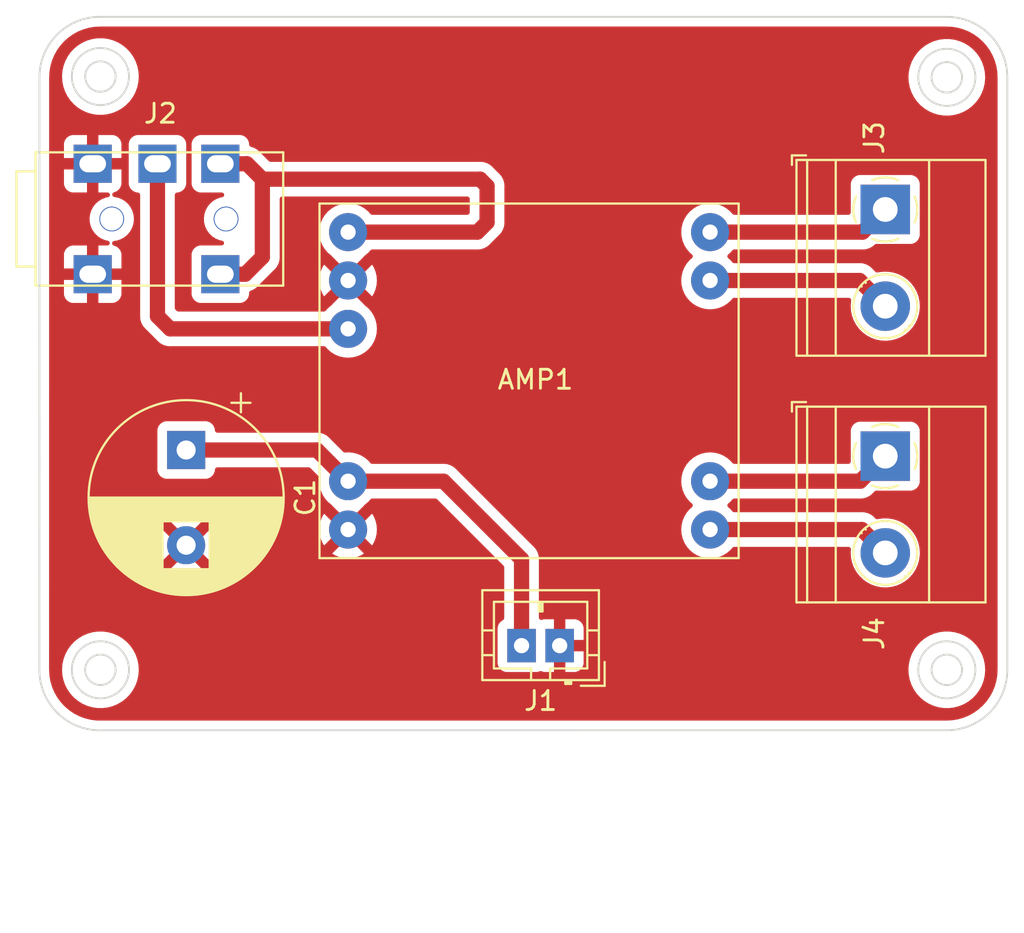
<source format=kicad_pcb>
(kicad_pcb (version 20211014) (generator pcbnew)
  (layers (0 "F.Cu" signal) (31 "B.Cu" signal) (34 "B.Paste" user) (35 "F.Paste" user) (36 "B.SilkS" user "B.Silkscreen") (37 "F.SilkS" user "F.Silkscreen") (38 "B.Mask" user) (39 "F.Mask" user) (44 "Edge.Cuts" user))
  (net 0 "")
  (net 1 "Net-(AMP1-Pad1)")
  (net 2 "Net-(AMP1-Pad3)")
  (net 3 "Net-(AMP1-Pad4)")
  (net 4 "Net-(AMP1-Pad6)")
  (net 5 "Net-(AMP1-Pad7)")
  (net 6 "Net-(AMP1-Pad8)")
  (net 7 "Net-(AMP1-Pad9)")
  (net 8 "GND")
  (footprint "Connector_JST:JST_PH_B2B-PH-K_1x02_P2.00mm_Vertical" (layer "F.Cu") (at 78.105 65.405 180)
    (fp_text reference "J1" (at 1 -2.9) (layer "F.SilkS"))
    (fp_text value "Conn_01x02")
    (fp_line (start 1.1 1.8) (end 1.1 2.3) (layer "F.SilkS") (width 0.12))
    (fp_line (start 4.06 -1.81) (end -2.06 -1.81) (layer "F.SilkS") (width 0.12))
    (fp_line (start -2.06 -0.5) (end -1.45 -0.5) (layer "F.SilkS") (width 0.12))
    (fp_line (start -0.3 -1.81) (end -0.3 -2.01) (layer "F.SilkS") (width 0.12))
    (fp_line (start -1.45 2.3) (end 3.45 2.3) (layer "F.SilkS") (width 0.12))
    (fp_line (start -0.3 -1.91) (end -0.6 -1.91) (layer "F.SilkS") (width 0.12))
    (fp_line (start 0.5 -1.2) (end -1.45 -1.2) (layer "F.SilkS") (width 0.12))
    (fp_line (start -0.6 -2.01) (end -0.6 -1.81) (layer "F.SilkS") (width 0.12))
    (fp_line (start 0.9 1.8) (end 1.1 1.8) (layer "F.SilkS") (width 0.12))
    (fp_line (start -1.11 -2.11) (end -2.36 -2.11) (layer "F.SilkS") (width 0.12))
    (fp_line (start -0.3 -2.01) (end -0.6 -2.01) (layer "F.SilkS") (width 0.12))
    (fp_line (start -2.06 -1.81) (end -2.06 2.91) (layer "F.SilkS") (width 0.12))
    (fp_line (start 3.45 2.3) (end 3.45 -1.2) (layer "F.SilkS") (width 0.12))
    (fp_line (start 0.9 2.3) (end 0.9 1.8) (layer "F.SilkS") (width 0.12))
    (fp_line (start -2.06 0.8) (end -1.45 0.8) (layer "F.SilkS") (width 0.12))
    (fp_line (start 4.06 2.91) (end 4.06 -1.81) (layer "F.SilkS") (width 0.12))
    (fp_line (start -2.06 2.91) (end 4.06 2.91) (layer "F.SilkS") (width 0.12))
    (fp_line (start 0.5 -1.81) (end 0.5 -1.2) (layer "F.SilkS") (width 0.12))
    (fp_line (start 4.06 0.8) (end 3.45 0.8) (layer "F.SilkS") (width 0.12))
    (fp_line (start -2.36 -2.11) (end -2.36 -0.86) (layer "F.SilkS") (width 0.12))
    (fp_line (start 3.45 -1.2) (end 1.5 -1.2) (layer "F.SilkS") (width 0.12))
    (fp_line (start -1.45 -1.2) (end -1.45 2.3) (layer "F.SilkS") (width 0.12))
    (fp_line (start 1 2.3) (end 1 1.8) (layer "F.SilkS") (width 0.12))
    (fp_line (start 4.06 -0.5) (end 3.45 -0.5) (layer "F.SilkS") (width 0.12))
    (fp_line (start 1.5 -1.2) (end 1.5 -1.81) (layer "F.SilkS") (width 0.12))
    (pad "1" thru_hole rect (at 0 0 180) (size 1.5 1.75) (drill 0.8) (layers *.Cu *.Mask) (net 8 "GND"))
    (pad "2" thru_hole rect (at 2 0 180) (size 1.5 1.75) (drill 0.8) (layers *.Cu *.Mask) (net 3 "Net-(AMP1-Pad4)"))
  )
  (footprint "TerminalBlock_Phoenix:TerminalBlock_Phoenix_MKDS-1,5-2-5.08_1x02_P5.08mm_Horizontal" (layer "F.Cu") (at 95.195 42.5 -90)
    (fp_text reference "J3" (at -3.765 0.58 90) (layer "F.SilkS"))
    (fp_text value "Screw_Terminal_01x02")
    (fp_line (start -2.84 4.9) (end -2.34 4.9) (layer "F.SilkS") (width 0.12))
    (fp_line (start -2.6 -2.301) (end 7.68 -2.301) (layer "F.SilkS") (width 0.12))
    (fp_line (start -2.6 4.66) (end 7.68 4.66) (layer "F.SilkS") (width 0.12))
    (fp_line (start 6.355 -1.069) (end 6.308 -1.023) (layer "F.SilkS") (width 0.12))
    (fp_line (start -2.6 2.6) (end 7.68 2.6) (layer "F.SilkS") (width 0.12))
    (fp_line (start -2.6 -5.261) (end -2.6 4.66) (layer "F.SilkS") (width 0.12))
    (fp_line (start 4.046 1.239) (end 4.011 1.274) (layer "F.SilkS") (width 0.12))
    (fp_line (start -2.6 -5.261) (end 7.68 -5.261) (layer "F.SilkS") (width 0.12))
    (fp_line (start 3.853 1.023) (end 3.806 1.069) (layer "F.SilkS") (width 0.12))
    (fp_line (start 7.68 -5.261) (end 7.68 4.66) (layer "F.SilkS") (width 0.12))
    (fp_line (start 6.15 -1.275) (end 6.115 -1.239) (layer "F.SilkS") (width 0.12))
    (fp_line (start -2.84 4.16) (end -2.84 4.9) (layer "F.SilkS") (width 0.12))
    (fp_line (start -2.6 4.1) (end 7.68 4.1) (layer "F.SilkS") (width 0.12))
    (fp_arc (start -0.683042 -1.535427) (mid 0.000524 -1.680501) (end 0.684 -1.535) (layer "F.SilkS") (width 0.12))
    (fp_arc (start 1.535427 -0.683042) (mid 1.680501 0.000524) (end 1.535 0.684) (layer "F.SilkS") (width 0.12))
    (fp_arc (start -1.535427 0.683042) (mid -1.680501 -0.000524) (end -1.535 -0.684) (layer "F.SilkS") (width 0.12))
    (fp_arc (start 0.683318 1.534756) (mid 0.349292 1.643288) (end 0 1.68) (layer "F.SilkS") (width 0.12))
    (fp_arc (start 0.028805 1.680253) (mid -0.335551 1.646659) (end -0.684 1.535) (layer "F.SilkS") (width 0.12))
    (fp_circle (center 5.08 0) (end 6.76 0) (layer "F.SilkS") (width 0.12) (fill none))
    (pad "1" thru_hole rect (at 0 0 270) (size 2.6 2.6) (drill 1.3) (layers *.Cu *.Mask) (net 4 "Net-(AMP1-Pad6)"))
    (pad "2" thru_hole circle (at 5.08 0 270) (size 2.6 2.6) (drill 1.3) (layers *.Cu *.Mask) (net 5 "Net-(AMP1-Pad7)"))
  )
  (footprint "_amp:PAM8403" (layer "F.Cu") (at 67 43.69)
    (fp_text reference "AMP1" (at 9.835 7.745 unlocked) (layer "F.SilkS"))
    (fp_text value "PAM8403")
    (fp_rect (start 20.5 -1.5) (end 20.5 17.12) (layer "F.SilkS") (width 0.12) (fill none))
    (fp_rect (start -1.5 -1.5) (end 20.5 -1.5) (layer "F.SilkS") (width 0.12) (fill none))
    (fp_rect (start -1.5 17.12) (end 20.5 17.12) (layer "F.SilkS") (width 0.12) (fill none))
    (fp_rect (start -1.5 17.12) (end -1.5 -1.5) (layer "F.SilkS") (width 0.12) (fill none))
    (pad "1" thru_hole circle (at 0 0) (size 2 2) (drill 0.8) (layers *.Cu *.Mask) (net 1 "Net-(AMP1-Pad1)"))
    (pad "2" thru_hole circle (at 0 2.54) (size 2 2) (drill 0.8) (layers *.Cu *.Mask) (net 8 "GND"))
    (pad "3" thru_hole circle (at 0 5.08) (size 2 2) (drill 0.8) (layers *.Cu *.Mask) (net 2 "Net-(AMP1-Pad3)"))
    (pad "4" thru_hole circle (at 0 13.08) (size 2 2) (drill 0.8) (layers *.Cu *.Mask) (net 3 "Net-(AMP1-Pad4)"))
    (pad "5" thru_hole circle (at 0 15.62) (size 2 2) (drill 0.8) (layers *.Cu *.Mask) (net 8 "GND"))
    (pad "6" thru_hole circle (at 19 0) (size 2 2) (drill 0.8) (layers *.Cu *.Mask) (net 4 "Net-(AMP1-Pad6)"))
    (pad "7" thru_hole circle (at 19 2.54) (size 2 2) (drill 0.8) (layers *.Cu *.Mask) (net 5 "Net-(AMP1-Pad7)"))
    (pad "8" thru_hole circle (at 19 13.08) (size 2 2) (drill 0.8) (layers *.Cu *.Mask) (net 6 "Net-(AMP1-Pad8)"))
    (pad "9" thru_hole circle (at 19 15.62) (size 2 2) (drill 0.8) (layers *.Cu *.Mask) (net 7 "Net-(AMP1-Pad9)"))
  )
  (footprint "Capacitor_THT:CP_Radial_D10.0mm_P5.00mm" (layer "F.Cu") (at 58.5 55.132323 -90)
    (fp_text reference "C1" (at 2.5 -6.25 90) (layer "F.SilkS"))
    (fp_text value "C_Polarized")
    (fp_line (start 6.101 1.241) (end 6.101 3.601) (layer "F.SilkS") (width 0.12))
    (fp_line (start 5.221 -4.298) (end 5.221 -1.241) (layer "F.SilkS") (width 0.12))
    (fp_line (start 5.541 1.241) (end 5.541 4.08) (layer "F.SilkS") (width 0.12))
    (fp_line (start 4.021 1.241) (end 4.021 4.85) (layer "F.SilkS") (width 0.12))
    (fp_line (start 3.861 -4.897) (end 3.861 -1.241) (layer "F.SilkS") (width 0.12))
    (fp_line (start 4.701 -4.584) (end 4.701 -1.241) (layer "F.SilkS") (width 0.12))
    (fp_line (start 4.861 1.241) (end 4.861 4.504) (layer "F.SilkS") (width 0.12))
    (fp_line (start 5.181 -4.323) (end 5.181 -1.241) (layer "F.SilkS") (width 0.12))
    (fp_line (start 4.981 1.241) (end 4.981 4.44) (layer "F.SilkS") (width 0.12))
    (fp_line (start 5.821 -3.858) (end 5.821 -1.241) (layer "F.SilkS") (width 0.12))
    (fp_line (start 3.381 -5.004) (end 3.381 5.004) (layer "F.SilkS") (width 0.12))
    (fp_line (start 3.741 -4.928) (end 3.741 4.928) (layer "F.SilkS") (width 0.12))
    (fp_line (start 5.781 -3.892) (end 5.781 -1.241) (layer "F.SilkS") (width 0.12))
    (fp_line (start 6.741 -2.83) (end 6.741 2.83) (layer "F.SilkS") (width 0.12))
    (fp_line (start 3.18 -5.035) (end 3.18 5.035) (layer "F.SilkS") (width 0.12))
    (fp_line (start 4.141 -4.811) (end 4.141 -1.241) (layer "F.SilkS") (width 0.12))
    (fp_line (start 7.061 -2.289) (end 7.061 2.289) (layer "F.SilkS") (width 0.12))
    (fp_line (start 4.301 1.241) (end 4.301 4.754) (layer "F.SilkS") (width 0.12))
    (fp_line (start 3.661 -4.947) (end 3.661 4.947) (layer "F.SilkS") (width 0.12))
    (fp_line (start 6.181 -3.52) (end 6.181 -1.241) (layer "F.SilkS") (width 0.12))
    (fp_line (start 5.141 -4.347) (end 5.141 -1.241) (layer "F.SilkS") (width 0.12))
    (fp_line (start 7.381 -1.51) (end 7.381 1.51) (layer "F.SilkS") (width 0.12))
    (fp_line (start 4.341 1.241) (end 4.341 4.738) (layer "F.SilkS") (width 0.12))
    (fp_line (start 2.54 -5.08) (end 2.54 5.08) (layer "F.SilkS") (width 0.12))
    (fp_line (start 5.701 1.241) (end 5.701 3.957) (layer "F.SilkS") (width 0.12))
    (fp_line (start 5.821 1.241) (end 5.821 3.858) (layer "F.SilkS") (width 0.12))
    (fp_line (start 5.021 1.241) (end 5.021 4.417) (layer "F.SilkS") (width 0.12))
    (fp_line (start 5.541 -4.08) (end 5.541 -1.241) (layer "F.SilkS") (width 0.12))
    (fp_line (start 5.901 -3.789) (end 5.901 -1.241) (layer "F.SilkS") (width 0.12))
    (fp_line (start 4.901 1.241) (end 4.901 4.483) (layer "F.SilkS") (width 0.12))
    (fp_line (start 4.621 -4.621) (end 4.621 -1.241) (layer "F.SilkS") (width 0.12))
    (fp_line (start 5.061 -4.395) (end 5.061 -1.241) (layer "F.SilkS") (width 0.12))
    (fp_line (start 3.261 -5.024) (end 3.261 5.024) (layer "F.SilkS") (width 0.12))
    (fp_line (start 4.701 1.241) (end 4.701 4.584) (layer "F.SilkS") (width 0.12))
    (fp_line (start 6.501 -3.156) (end 6.501 3.156) (layer "F.SilkS") (width 0.12))
    (fp_line (start 6.861 -2.645) (end 6.861 2.645) (layer "F.SilkS") (width 0.12))
    (fp_line (start 5.501 1.241) (end 5.501 4.11) (layer "F.SilkS") (width 0.12))
    (fp_line (start 3.221 -5.03) (end 3.221 5.03) (layer "F.SilkS") (width 0.12))
    (fp_line (start 5.741 1.241) (end 5.741 3.925) (layer "F.SilkS") (width 0.12))
    (fp_line (start 5.381 -4.194) (end 5.381 -1.241) (layer "F.SilkS") (width 0.12))
    (fp_line (start 5.341 1.241) (end 5.341 4.221) (layer "F.SilkS") (width 0.12))
    (fp_line (start 3.981 -4.862) (end 3.981 -1.241) (layer "F.SilkS") (width 0.12))
    (fp_line (start 4.741 1.241) (end 4.741 4.564) (layer "F.SilkS") (width 0.12))
    (fp_line (start 4.261 -4.768) (end 4.261 -1.241) (layer "F.SilkS") (width 0.12))
    (fp_line (start 6.141 -3.561) (end 6.141 -1.241) (layer "F.SilkS") (width 0.12))
    (fp_line (start 3.421 -4.997) (end 3.421 4.997) (layer "F.SilkS") (width 0.12))
    (fp_line (start 4.381 1.241) (end 4.381 4.723) (layer "F.SilkS") (width 0.12))
    (fp_line (start 6.781 -2.77) (end 6.781 2.77) (layer "F.SilkS") (width 0.12))
    (fp_line (start 6.101 -3.601) (end 6.101 -1.241) (layer "F.SilkS") (width 0.12))
    (fp_line (start 6.061 1.241) (end 6.061 3.64) (layer "F.SilkS") (width 0.12))
    (fp_line (start 4.181 -4.797) (end 4.181 -1.241) (layer "F.SilkS") (width 0.12))
    (fp_line (start 4.301 -4.754) (end 4.301 -1.241) (layer "F.SilkS") (width 0.12))
    (fp_line (start 4.781 -4.545) (end 4.781 -1.241) (layer "F.SilkS") (width 0.12))
    (fp_line (start 2.98 -5.058) (end 2.98 5.058) (layer "F.SilkS") (width 0.12))
    (fp_line (start 6.301 -3.392) (end 6.301 3.392) (layer "F.SilkS") (width 0.12))
    (fp_line (start 3.781 1.241) (end 3.781 4.918) (layer "F.SilkS") (width 0.12))
    (fp_line (start 5.101 -4.371) (end 5.101 -1.241) (layer "F.SilkS") (width 0.12))
    (fp_line (start 5.621 -4.02) (end 5.621 -1.241) (layer "F.SilkS") (width 0.12))
    (fp_line (start 4.861 -4.504) (end 4.861 -1.241) (layer "F.SilkS") (width 0.12))
    (fp_line (start 7.141 -2.125) (end 7.141 2.125) (layer "F.SilkS") (width 0.12))
    (fp_line (start 5.661 -3.989) (end 5.661 -1.241) (layer "F.SilkS") (width 0.12))
    (fp_line (start 2.62 -5.079) (end 2.62 5.079) (layer "F.SilkS") (width 0.12))
    (fp_line (start 4.421 -4.707) (end 4.421 -1.241) (layer "F.SilkS") (width 0.12))
    (fp_line (start 4.941 -4.462) (end 4.941 -1.241) (layer "F.SilkS") (width 0.12))
    (fp_line (start 4.461 1.241) (end 4.461 4.69) (layer "F.SilkS") (width 0.12))
    (fp_line (start 3.821 -4.907) (end 3.821 -1.241) (layer "F.SilkS") (width 0.12))
    (fp_line (start 6.661 -2.945) (end 6.661 2.945) (layer "F.SilkS") (width 0.12))
    (fp_line (start 6.021 1.241) (end 6.021 3.679) (layer "F.SilkS") (width 0.12))
    (fp_line (start 4.061 -4.837) (end 4.061 -1.241) (layer "F.SilkS") (width 0.12))
    (fp_line (start 4.821 -4.525) (end 4.821 -1.241) (layer "F.SilkS") (width 0.12))
    (fp_line (start 4.581 1.241) (end 4.581 4.639) (layer "F.SilkS") (width 0.12))
    (fp_line (start 2.5 -5.08) (end 2.5 5.08) (layer "F.SilkS") (width 0.12))
    (fp_line (start 5.301 1.241) (end 5.301 4.247) (layer "F.SilkS") (width 0.12))
    (fp_line (start 4.541 1.241) (end 4.541 4.657) (layer "F.SilkS") (width 0.12))
    (fp_line (start 4.261 1.241) (end 4.261 4.768) (layer "F.SilkS") (width 0.12))
    (fp_line (start 6.581 -3.054) (end 6.581 3.054) (layer "F.SilkS") (width 0.12))
    (fp_line (start 5.981 1.241) (end 5.981 3.716) (layer "F.SilkS") (width 0.12))
    (fp_line (start 3.541 -4.974) (end 3.541 4.974) (layer "F.SilkS") (width 0.12))
    (fp_line (start 4.581 -4.639) (end 4.581 -1.241) (layer "F.SilkS") (width 0.12))
    (fp_line (start 5.861 -3.824) (end 5.861 -1.241) (layer "F.SilkS") (width 0.12))
    (fp_line (start 3.701 -4.938) (end 3.701 4.938) (layer "F.SilkS") (width 0.12))
    (fp_line (start 6.621 -3) (end 6.621 3) (layer "F.SilkS") (width 0.12))
    (fp_line (start 4.461 -4.69) (end 4.461 -1.241) (layer "F.SilkS") (width 0.12))
    (fp_line (start 7.461 -1.23) (end 7.461 1.23) (layer "F.SilkS") (width 0.12))
    (fp_line (start 5.701 -3.957) (end 5.701 -1.241) (layer "F.SilkS") (width 0.12))
    (fp_line (start 3.301 -5.018) (end 3.301 5.018) (layer "F.SilkS") (width 0.12))
    (fp_line (start 3.981 1.241) (end 3.981 4.862) (layer "F.SilkS") (width 0.12))
    (fp_line (start 6.941 -2.51) (end 6.941 2.51) (layer "F.SilkS") (width 0.12))
    (fp_line (start 3.901 1.241) (end 3.901 4.885) (layer "F.SilkS") (width 0.12))
    (fp_line (start 6.701 -2.889) (end 6.701 2.889) (layer "F.SilkS") (width 0.12))
    (fp_line (start 4.621 1.241) (end 4.621 4.621) (layer "F.SilkS") (width 0.12))
    (fp_line (start 3.861 1.241) (end 3.861 4.897) (layer "F.SilkS") (width 0.12))
    (fp_line (start 3.821 1.241) (end 3.821 4.907) (layer "F.SilkS") (width 0.12))
    (fp_line (start 7.021 -2.365) (end 7.021 2.365) (layer "F.SilkS") (width 0.12))
    (fp_line (start 5.061 1.241) (end 5.061 4.395) (layer "F.SilkS") (width 0.12))
    (fp_line (start 4.221 1.241) (end 4.221 4.783) (layer "F.SilkS") (width 0.12))
    (fp_line (start 5.781 1.241) (end 5.781 3.892) (layer "F.SilkS") (width 0.12))
    (fp_line (start 4.821 1.241) (end 4.821 4.525) (layer "F.SilkS") (width 0.12))
    (fp_line (start 2.74 -5.075) (end 2.74 5.075) (layer "F.SilkS") (width 0.12))
    (fp_line (start 2.7 -5.077) (end 2.7 5.077) (layer "F.SilkS") (width 0.12))
    (fp_line (start 6.021 -3.679) (end 6.021 -1.241) (layer "F.SilkS") (width 0.12))
    (fp_line (start 4.501 -4.674) (end 4.501 -1.241) (layer "F.SilkS") (width 0.12))
    (fp_line (start 5.861 1.241) (end 5.861 3.824) (layer "F.SilkS") (width 0.12))
    (fp_line (start 5.021 -4.417) (end 5.021 -1.241) (layer "F.SilkS") (width 0.12))
    (fp_line (start 4.181 1.241) (end 4.181 4.797) (layer "F.SilkS") (width 0.12))
    (fp_line (start 5.341 -4.221) (end 5.341 -1.241) (layer "F.SilkS") (width 0.12))
    (fp_line (start 3.581 -4.965) (end 3.581 4.965) (layer "F.SilkS") (width 0.12))
    (fp_line (start 6.221 1.241) (end 6.221 3.478) (layer "F.SilkS") (width 0.12))
    (fp_line (start 6.461 -3.206) (end 6.461 3.206) (layer "F.SilkS") (width 0.12))
    (fp_line (start 3.501 -4.982) (end 3.501 4.982) (layer "F.SilkS") (width 0.12))
    (fp_line (start 4.981 -4.44) (end 4.981 -1.241) (layer "F.SilkS") (width 0.12))
    (fp_line (start 5.181 1.241) (end 5.181 4.323) (layer "F.SilkS") (width 0.12))
    (fp_line (start 7.221 -1.944) (end 7.221 1.944) (layer "F.SilkS") (width 0.12))
    (fp_line (start 5.141 1.241) (end 5.141 4.347) (layer "F.SilkS") (width 0.12))
    (fp_line (start 5.901 1.241) (end 5.901 3.789) (layer "F.SilkS") (width 0.12))
    (fp_line (start 4.421 1.241) (end 4.421 4.707) (layer "F.SilkS") (width 0.12))
    (fp_line (start 2.82 -5.07) (end 2.82 5.07) (layer "F.SilkS") (width 0.12))
    (fp_line (start 4.941 1.241) (end 4.941 4.462) (layer "F.SilkS") (width 0.12))
    (fp_line (start 5.741 -3.925) (end 5.741 -1.241) (layer "F.SilkS") (width 0.12))
    (fp_line (start 2.9 -5.065) (end 2.9 5.065) (layer "F.SilkS") (width 0.12))
    (fp_line (start 5.581 1.241) (end 5.581 4.05) (layer "F.SilkS") (width 0.12))
    (fp_line (start 2.66 -5.078) (end 2.66 5.078) (layer "F.SilkS") (width 0.12))
    (fp_line (start 3.06 -5.05) (end 3.06 5.05) (layer "F.SilkS") (width 0.12))
    (fp_line (start 4.541 -4.657) (end 4.541 -1.241) (layer "F.SilkS") (width 0.12))
    (fp_line (start 3.781 -4.918) (end 3.781 -1.241) (layer "F.SilkS") (width 0.12))
    (fp_line (start -2.479646 -3.375) (end -2.479646 -2.375) (layer "F.SilkS") (width 0.12))
    (fp_line (start 4.141 1.241) (end 4.141 4.811) (layer "F.SilkS") (width 0.12))
    (fp_line (start -2.979646 -2.875) (end -1.979646 -2.875) (layer "F.SilkS") (width 0.12))
    (fp_line (start 6.221 -3.478) (end 6.221 -1.241) (layer "F.SilkS") (width 0.12))
    (fp_line (start 5.381 1.241) (end 5.381 4.194) (layer "F.SilkS") (width 0.12))
    (fp_line (start 7.301 -1.742) (end 7.301 1.742) (layer "F.SilkS") (width 0.12))
    (fp_line (start 6.421 -3.254) (end 6.421 3.254) (layer "F.SilkS") (width 0.12))
    (fp_line (start 5.461 -4.138) (end 5.461 -1.241) (layer "F.SilkS") (width 0.12))
    (fp_line (start 7.101 -2.209) (end 7.101 2.209) (layer "F.SilkS") (width 0.12))
    (fp_line (start 5.261 -4.273) (end 5.261 -1.241) (layer "F.SilkS") (width 0.12))
    (fp_line (start 4.501 1.241) (end 4.501 4.674) (layer "F.SilkS") (width 0.12))
    (fp_line (start 4.741 -4.564) (end 4.741 -1.241) (layer "F.SilkS") (width 0.12))
    (fp_line (start 7.181 -2.037) (end 7.181 2.037) (layer "F.SilkS") (width 0.12))
    (fp_line (start 4.781 1.241) (end 4.781 4.545) (layer "F.SilkS") (width 0.12))
    (fp_line (start 6.821 -2.709) (end 6.821 2.709) (layer "F.SilkS") (width 0.12))
    (fp_line (start 3.901 -4.885) (end 3.901 -1.241) (layer "F.SilkS") (width 0.12))
    (fp_line (start 5.981 -3.716) (end 5.981 -1.241) (layer "F.SilkS") (width 0.12))
    (fp_line (start 5.621 1.241) (end 5.621 4.02) (layer "F.SilkS") (width 0.12))
    (fp_line (start 5.221 1.241) (end 5.221 4.298) (layer "F.SilkS") (width 0.12))
    (fp_line (start 5.501 -4.11) (end 5.501 -1.241) (layer "F.SilkS") (width 0.12))
    (fp_line (start 6.901 -2.579) (end 6.901 2.579) (layer "F.SilkS") (width 0.12))
    (fp_line (start 2.94 -5.062) (end 2.94 5.062) (layer "F.SilkS") (width 0.12))
    (fp_line (start 3.941 1.241) (end 3.941 4.874) (layer "F.SilkS") (width 0.12))
    (fp_line (start 4.381 -4.723) (end 4.381 -1.241) (layer "F.SilkS") (width 0.12))
    (fp_line (start 2.78 -5.073) (end 2.78 5.073) (layer "F.SilkS") (width 0.12))
    (fp_line (start 3.621 -4.956) (end 3.621 4.956) (layer "F.SilkS") (width 0.12))
    (fp_line (start 3.941 -4.874) (end 3.941 -1.241) (layer "F.SilkS") (width 0.12))
    (fp_line (start 7.421 -1.378) (end 7.421 1.378) (layer "F.SilkS") (width 0.12))
    (fp_line (start 5.261 1.241) (end 5.261 4.273) (layer "F.SilkS") (width 0.12))
    (fp_line (start 4.661 1.241) (end 4.661 4.603) (layer "F.SilkS") (width 0.12))
    (fp_line (start 4.661 -4.603) (end 4.661 -1.241) (layer "F.SilkS") (width 0.12))
    (fp_line (start 2.58 -5.08) (end 2.58 5.08) (layer "F.SilkS") (width 0.12))
    (fp_line (start 7.541 -0.862) (end 7.541 0.862) (layer "F.SilkS") (width 0.12))
    (fp_line (start 4.901 -4.483) (end 4.901 -1.241) (layer "F.SilkS") (width 0.12))
    (fp_line (start 6.181 1.241) (end 6.181 3.52) (layer "F.SilkS") (width 0.12))
    (fp_line (start 3.1 -5.045) (end 3.1 5.045) (layer "F.SilkS") (width 0.12))
    (fp_line (start 3.14 -5.04) (end 3.14 5.04) (layer "F.SilkS") (width 0.12))
    (fp_line (start 4.221 -4.783) (end 4.221 -1.241) (layer "F.SilkS") (width 0.12))
    (fp_line (start 6.261 -3.436) (end 6.261 3.436) (layer "F.SilkS") (width 0.12))
    (fp_line (start 4.101 1.241) (end 4.101 4.824) (layer "F.SilkS") (width 0.12))
    (fp_line (start 6.061 -3.64) (end 6.061 -1.241) (layer "F.SilkS") (width 0.12))
    (fp_line (start 5.941 -3.753) (end 5.941 -1.241) (layer "F.SilkS") (width 0.12))
    (fp_line (start 7.581 -0.599) (end 7.581 0.599) (layer "F.SilkS") (width 0.12))
    (fp_line (start 6.381 -3.301) (end 6.381 3.301) (layer "F.SilkS") (width 0.12))
    (fp_line (start 5.301 -4.247) (end 5.301 -1.241) (layer "F.SilkS") (width 0.12))
    (fp_line (start 5.941 1.241) (end 5.941 3.753) (layer "F.SilkS") (width 0.12))
    (fp_line (start 3.461 -4.99) (end 3.461 4.99) (layer "F.SilkS") (width 0.12))
    (fp_line (start 3.02 -5.054) (end 3.02 5.054) (layer "F.SilkS") (width 0.12))
    (fp_line (start 3.341 -5.011) (end 3.341 5.011) (layer "F.SilkS") (width 0.12))
    (fp_line (start 6.341 -3.347) (end 6.341 3.347) (layer "F.SilkS") (width 0.12))
    (fp_line (start 5.581 -4.05) (end 5.581 -1.241) (layer "F.SilkS") (width 0.12))
    (fp_line (start 5.661 1.241) (end 5.661 3.989) (layer "F.SilkS") (width 0.12))
    (fp_line (start 4.341 -4.738) (end 4.341 -1.241) (layer "F.SilkS") (width 0.12))
    (fp_line (start 6.981 -2.439) (end 6.981 2.439) (layer "F.SilkS") (width 0.12))
    (fp_line (start 4.101 -4.824) (end 4.101 -1.241) (layer "F.SilkS") (width 0.12))
    (fp_line (start 5.421 1.241) (end 5.421 4.166) (layer "F.SilkS") (width 0.12))
    (fp_line (start 6.541 -3.106) (end 6.541 3.106) (layer "F.SilkS") (width 0.12))
    (fp_line (start 5.101 1.241) (end 5.101 4.371) (layer "F.SilkS") (width 0.12))
    (fp_line (start 7.341 -1.63) (end 7.341 1.63) (layer "F.SilkS") (width 0.12))
    (fp_line (start 5.421 -4.166) (end 5.421 -1.241) (layer "F.SilkS") (width 0.12))
    (fp_line (start 5.461 1.241) (end 5.461 4.138) (layer "F.SilkS") (width 0.12))
    (fp_line (start 7.501 -1.062) (end 7.501 1.062) (layer "F.SilkS") (width 0.12))
    (fp_line (start 6.141 1.241) (end 6.141 3.561) (layer "F.SilkS") (width 0.12))
    (fp_line (start 2.86 -5.068) (end 2.86 5.068) (layer "F.SilkS") (width 0.12))
    (fp_line (start 4.021 -4.85) (end 4.021 -1.241) (layer "F.SilkS") (width 0.12))
    (fp_line (start 4.061 1.241) (end 4.061 4.837) (layer "F.SilkS") (width 0.12))
    (fp_line (start 7.261 -1.846) (end 7.261 1.846) (layer "F.SilkS") (width 0.12))
    (fp_circle (center 2.5 0) (end 7.62 0) (layer "F.SilkS") (width 0.12) (fill none))
    (pad "1" thru_hole rect (at 0 0 270) (size 2 2) (drill 1) (layers *.Cu *.Mask) (net 3 "Net-(AMP1-Pad4)"))
    (pad "2" thru_hole circle (at 5 0 270) (size 2 2) (drill 1) (layers *.Cu *.Mask) (net 8 "GND"))
  )
  (footprint "TerminalBlock_Phoenix:TerminalBlock_Phoenix_MKDS-1,5-2-5.08_1x02_P5.08mm_Horizontal" (layer "F.Cu") (at 95.195 55.455 -90)
    (fp_text reference "J4" (at 9.315 0.58 90) (layer "F.SilkS"))
    (fp_text value "Screw_Terminal_01x02")
    (fp_line (start 3.853 1.023) (end 3.806 1.069) (layer "F.SilkS") (width 0.12))
    (fp_line (start -2.6 -5.261) (end -2.6 4.66) (layer "F.SilkS") (width 0.12))
    (fp_line (start -2.6 4.66) (end 7.68 4.66) (layer "F.SilkS") (width 0.12))
    (fp_line (start -2.6 -2.301) (end 7.68 -2.301) (layer "F.SilkS") (width 0.12))
    (fp_line (start -2.6 -5.261) (end 7.68 -5.261) (layer "F.SilkS") (width 0.12))
    (fp_line (start -2.84 4.9) (end -2.34 4.9) (layer "F.SilkS") (width 0.12))
    (fp_line (start 4.046 1.239) (end 4.011 1.274) (layer "F.SilkS") (width 0.12))
    (fp_line (start 6.15 -1.275) (end 6.115 -1.239) (layer "F.SilkS") (width 0.12))
    (fp_line (start -2.84 4.16) (end -2.84 4.9) (layer "F.SilkS") (width 0.12))
    (fp_line (start 6.355 -1.069) (end 6.308 -1.023) (layer "F.SilkS") (width 0.12))
    (fp_line (start -2.6 4.1) (end 7.68 4.1) (layer "F.SilkS") (width 0.12))
    (fp_line (start -2.6 2.6) (end 7.68 2.6) (layer "F.SilkS") (width 0.12))
    (fp_line (start 7.68 -5.261) (end 7.68 4.66) (layer "F.SilkS") (width 0.12))
    (fp_arc (start 0.028805 1.680253) (mid -0.335551 1.646659) (end -0.684 1.535) (layer "F.SilkS") (width 0.12))
    (fp_arc (start 0.683318 1.534756) (mid 0.349292 1.643288) (end 0 1.68) (layer "F.SilkS") (width 0.12))
    (fp_arc (start -0.683042 -1.535427) (mid 0.000524 -1.680501) (end 0.684 -1.535) (layer "F.SilkS") (width 0.12))
    (fp_arc (start -1.535427 0.683042) (mid -1.680501 -0.000524) (end -1.535 -0.684) (layer "F.SilkS") (width 0.12))
    (fp_arc (start 1.535427 -0.683042) (mid 1.680501 0.000524) (end 1.535 0.684) (layer "F.SilkS") (width 0.12))
    (fp_circle (center 5.08 0) (end 6.76 0) (layer "F.SilkS") (width 0.12) (fill none))
    (pad "1" thru_hole rect (at 0 0 270) (size 2.6 2.6) (drill 1.3) (layers *.Cu *.Mask) (net 6 "Net-(AMP1-Pad8)"))
    (pad "2" thru_hole circle (at 5.08 0 270) (size 2.6 2.6) (drill 1.3) (layers *.Cu *.Mask) (net 7 "Net-(AMP1-Pad9)"))
  )
  (footprint "_jack:TSJ3.5-009" (layer "F.Cu") (at 49.595 39.5)
    (fp_text reference "J2" (at 7.555 -2.035 unlocked) (layer "F.SilkS"))
    (fp_text value "TSJ3.5-009")
    (fp_line (start 1 0) (end 14 0) (layer "F.SilkS") (width 0.12))
    (fp_line (start 1 7) (end 1 0) (layer "F.SilkS") (width 0.12))
    (fp_line (start 1 1) (end 0 1) (layer "F.SilkS") (width 0.12))
    (fp_line (start 14 7) (end 1 7) (layer "F.SilkS") (width 0.12))
    (fp_line (start 0 1) (end 0 6) (layer "F.SilkS") (width 0.12))
    (fp_line (start 0 6) (end 1 6) (layer "F.SilkS") (width 0.12))
    (fp_line (start 14 0) (end 14 7) (layer "F.SilkS") (width 0.12))
    (pad "" thru_hole circle (at 11 3.5) (size 1.3 1.3) (drill 1.2) (layers *.Cu *.Mask))
    (pad "" thru_hole circle (at 5 3.5) (size 1.3 1.3) (drill 1.2) (layers *.Cu *.Mask))
    (pad "1" thru_hole rect (at 7.4 0.6) (size 2 2) (drill oval 1.4 0.9) (layers *.Cu *.Mask) (net 2 "Net-(AMP1-Pad3)"))
    (pad "2" thru_hole rect (at 10.7 0.6) (size 2 2) (drill oval 1.4 0.9) (layers *.Cu *.Mask) (net 1 "Net-(AMP1-Pad1)"))
    (pad "3" thru_hole rect (at 10.7 6.4) (size 2 2) (drill oval 1.4 0.9) (layers *.Cu *.Mask) (net 1 "Net-(AMP1-Pad1)"))
    (pad "4" thru_hole rect (at 4 0.6) (size 2 2) (drill oval 1.4 0.9) (layers *.Cu *.Mask) (net 8 "GND"))
    (pad "5" thru_hole rect (at 4 6.4) (size 2 2) (drill oval 1.4 0.9) (layers *.Cu *.Mask) (net 8 "GND"))
  )
  (gr_line (start 101.6 66.675) (end 101.6 35.56) (layer "Edge.Cuts") (width 0.1))
  (gr_arc (start 50.8 35.56) (mid 51.729936 33.314936) (end 53.975 32.385) (layer "Edge.Cuts") (width 0.1))
  (gr_line (start 98.425 32.385) (end 53.975 32.385) (layer "Edge.Cuts") (width 0.1))
  (gr_circle (center 54 35.52) (end 54.8 35.52) (layer "Edge.Cuts") (width 0.1) (fill none))
  (gr_line (start 50.8 35.56) (end 50.796772 66.675) (layer "Edge.Cuts") (width 0.1))
  (gr_line (start 54.110009 69.85036) (end 98.425 69.85) (layer "Edge.Cuts") (width 0.1))
  (gr_circle (center 98.425 35.56) (end 99.225 35.56) (layer "Edge.Cuts") (width 0.1) (fill none))
  (gr_circle (center 98.425 66.675) (end 99.225 66.675) (layer "Edge.Cuts") (width 0.1) (fill none))
  (gr_circle (center 54 66.675) (end 55.5 66.675) (layer "Edge.Cuts") (width 0.1) (fill none))
  (gr_arc (start 54.110009 69.850359) (mid 51.775904 68.969583) (end 50.796772 66.675) (layer "Edge.Cuts") (width 0.1))
  (gr_circle (center 98.425 66.675) (end 99.925 66.675) (layer "Edge.Cuts") (width 0.1) (fill none))
  (gr_arc (start 98.425 32.385) (mid 100.670064 33.314936) (end 101.6 35.56) (layer "Edge.Cuts") (width 0.1))
  (gr_circle (center 98.425 35.56) (end 99.925 35.56) (layer "Edge.Cuts") (width 0.1) (fill none))
  (gr_circle (center 54 35.52) (end 55.5 35.52) (layer "Edge.Cuts") (width 0.1) (fill none))
  (gr_circle (center 54 66.675) (end 54.8 66.675) (layer "Edge.Cuts") (width 0.1) (fill none))
  (gr_arc (start 101.6 66.675) (mid 100.670064 68.920064) (end 98.425 69.85) (layer "Edge.Cuts") (width 0.1))
  (segment (start 62.5 45) (end 62.5 40.91) (width 0.8) (layer "F.Cu") (net 1))
  (segment (start 62.5 40.91) (end 73.93 40.91) (width 0.8) (layer "F.Cu") (net 1))
  (segment (start 61.6 45.9) (end 62.5 45) (width 0.8) (layer "F.Cu") (net 1))
  (segment (start 61.69 40.1) (end 62.5 40.91) (width 0.8) (layer "F.Cu") (net 1))
  (segment (start 74.295 43.18) (end 73.785 43.69) (width 0.8) (layer "F.Cu") (net 1))
  (segment (start 74.295 41.275) (end 74.295 43.18) (width 0.8) (layer "F.Cu") (net 1))
  (segment (start 60.295 40.1) (end 61.69 40.1) (width 0.8) (layer "F.Cu") (net 1))
  (segment (start 73.785 43.69) (end 67 43.69) (width 0.8) (layer "F.Cu") (net 1))
  (segment (start 73.93 40.91) (end 74.295 41.275) (width 0.8) (layer "F.Cu") (net 1))
  (segment (start 59.795 45.9) (end 61.6 45.9) (width 0.8) (layer "F.Cu") (net 1))
  (segment (start 57.66 48.77) (end 67 48.77) (width 0.8) (layer "F.Cu") (net 2))
  (segment (start 56.995 40.1) (end 56.995 48.105) (width 0.8) (layer "F.Cu") (net 2))
  (segment (start 56.995 48.105) (end 57.66 48.77) (width 0.8) (layer "F.Cu") (net 2))
  (segment (start 67 56.77) (end 72.01 56.77) (width 0.8) (layer "F.Cu") (net 3))
  (segment (start 76.105 60.865) (end 76.105 65.405) (width 0.8) (layer "F.Cu") (net 3))
  (segment (start 58.5 55.132323) (end 65.362323 55.132323) (width 0.8) (layer "F.Cu") (net 3))
  (segment (start 72.01 56.77) (end 76.105 60.865) (width 0.8) (layer "F.Cu") (net 3))
  (segment (start 65.362323 55.132323) (end 67 56.77) (width 0.8) (layer "F.Cu") (net 3))
  (segment (start 94.005 43.69) (end 95.195 42.5) (width 0.8) (layer "F.Cu") (net 4))
  (segment (start 86 43.69) (end 94.005 43.69) (width 0.8) (layer "F.Cu") (net 4))
  (segment (start 93.845 46.23) (end 95.195 47.58) (width 0.8) (layer "F.Cu") (net 5))
  (segment (start 86 46.23) (end 93.845 46.23) (width 0.8) (layer "F.Cu") (net 5))
  (segment (start 86 56.77) (end 93.88 56.77) (width 0.8) (layer "F.Cu") (net 6))
  (segment (start 93.88 56.77) (end 95.195 55.455) (width 0.8) (layer "F.Cu") (net 6))
  (segment (start 93.97 59.31) (end 95.195 60.535) (width 0.8) (layer "F.Cu") (net 7))
  (segment (start 86 59.31) (end 93.97 59.31) (width 0.8) (layer "F.Cu") (net 7))
  (zone (net 8) (net_name "GND") (layer "F.Cu") (connect_pads (clearance 0.508)) (min_thickness 0.254) (fill yes (thermal_gap 0.508) (thermal_bridge_width 0.6))
    (polygon (pts (xy 102.5 80.5) (xy 49.030048 80.28781) (xy 48.730048 31.50781) (xy 102.5 31.5)))
  )
)
</source>
